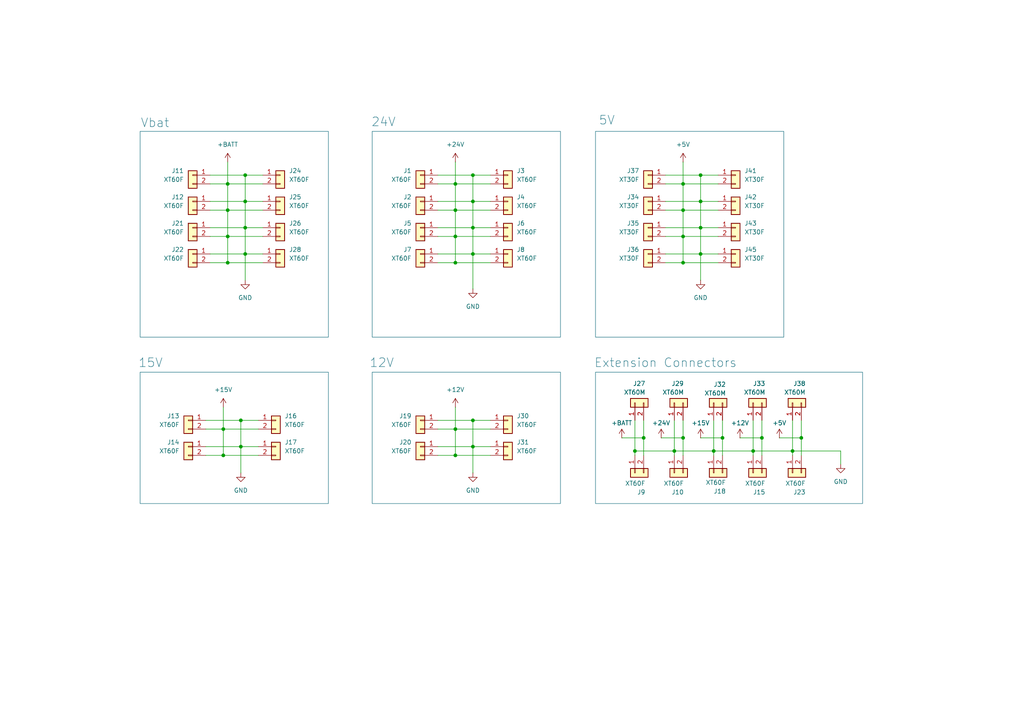
<source format=kicad_sch>
(kicad_sch (version 20231120) (generator "eeschema") (generator_version "8.0")
  (paper "A4")
  (title_block (title "Terminal Block") (rev "1") (company "Xplore") (comment 1 "Pedro Conde"))
  (lib_symbols
    (symbol "Connector_Generic:Conn_01x02" (pin_names (offset 1.016) hide)
      (property "Reference" "J" (at 0 2.54 0))
      (property "Value" "Conn_01x02" (at 0 -5.08 0))
      (symbol "Conn_01x02_1_1"
        (rectangle (start -1.27 -2.413) (end 0 -2.667) (stroke (width 0.1524)))
        (rectangle (start -1.27 0.127) (end 0 -0.127) (stroke (width 0.1524)))
        (rectangle (start -1.27 1.27) (end 1.27 -3.81) (stroke (width 0.254)) (fill (type background)))
        (pin passive line (at -5.08 0 0) (length 3.81) (name "Pin_1") (number "1"))
        (pin passive line (at -5.08 -2.54 0) (length 3.81) (name "Pin_2") (number "2"))
      )
    )
    (symbol "power:+12V" (power) (pin_numbers hide) (pin_names (offset 0) hide)
      (property "Value" "+12V" (at 0 3.556 0))
      (symbol "+12V_0_1"
        (polyline (pts (xy -0.762 1.27) (xy 0 2.54)))
        (polyline (pts (xy 0 0) (xy 0 2.54)))
        (polyline (pts (xy 0 2.54) (xy 0.762 1.27)))
      )
      (symbol "+12V_1_1"
        (pin power_in line (at 0 0 90) (length 0) (name "~") (number "1"))
      )
    )
    (symbol "power:+15V" (power) (pin_numbers hide) (pin_names (offset 0) hide)
      (property "Value" "+15V" (at 0 3.556 0))
      (symbol "+15V_0_1"
        (polyline (pts (xy -0.762 1.27) (xy 0 2.54)))
        (polyline (pts (xy 0 0) (xy 0 2.54)))
        (polyline (pts (xy 0 2.54) (xy 0.762 1.27)))
      )
      (symbol "+15V_1_1"
        (pin power_in line (at 0 0 90) (length 0) (name "~") (number "1"))
      )
    )
    (symbol "power:+24V" (power) (pin_numbers hide) (pin_names (offset 0) hide)
      (property "Value" "+24V" (at 0 3.556 0))
      (symbol "+24V_0_1"
        (polyline (pts (xy -0.762 1.27) (xy 0 2.54)))
        (polyline (pts (xy 0 0) (xy 0 2.54)))
        (polyline (pts (xy 0 2.54) (xy 0.762 1.27)))
      )
      (symbol "+24V_1_1"
        (pin power_in line (at 0 0 90) (length 0) (name "~") (number "1"))
      )
    )
    (symbol "power:+5V" (power) (pin_numbers hide) (pin_names (offset 0) hide)
      (property "Value" "+5V" (at 0 3.556 0))
      (symbol "+5V_0_1"
        (polyline (pts (xy -0.762 1.27) (xy 0 2.54)))
        (polyline (pts (xy 0 0) (xy 0 2.54)))
        (polyline (pts (xy 0 2.54) (xy 0.762 1.27)))
      )
      (symbol "+5V_1_1"
        (pin power_in line (at 0 0 90) (length 0) (name "~") (number "1"))
      )
    )
    (symbol "power:+BATT" (power) (pin_numbers hide) (pin_names (offset 0) hide)
      (property "Value" "+BATT" (at 0 3.556 0))
      (symbol "+BATT_0_1"
        (polyline (pts (xy -0.762 1.27) (xy 0 2.54)))
        (polyline (pts (xy 0 0) (xy 0 2.54)))
        (polyline (pts (xy 0 2.54) (xy 0.762 1.27)))
      )
      (symbol "+BATT_1_1"
        (pin power_in line (at 0 0 90) (length 0) (name "~") (number "1"))
      )
    )
    (symbol "power:GND" (power) (pin_numbers hide) (pin_names (offset 0) hide)
      (property "Value" "GND" (at 0 -3.81 0))
      (symbol "GND_0_1"
        (polyline (pts (xy 0 0) (xy 0 -1.27) (xy 1.27 -1.27) (xy 0 -2.54) (xy -1.27 -1.27) (xy 0 -1.27)))
      )
      (symbol "GND_1_1"
        (pin power_in line (at 0 0 270) (length 0) (name "~") (number "1"))
      )
    )
  )
  (junction (at 132.08 53.34))
  (junction (at 69.85 129.54))
  (junction (at 132.08 60.96))
  (junction (at 198.12 76.2))
  (junction (at 203.2 66.04))
  (junction (at 203.2 73.66))
  (junction (at 137.16 73.66))
  (junction (at 137.16 121.92))
  (junction (at 66.04 76.2))
  (junction (at 66.04 60.96))
  (junction (at 198.12 60.96))
  (junction (at 132.08 76.2))
  (junction (at 209.55 127))
  (junction (at 137.16 58.42))
  (junction (at 220.98 127))
  (junction (at 132.08 124.46))
  (junction (at 198.12 68.58))
  (junction (at 137.16 129.54))
  (junction (at 64.77 124.46))
  (junction (at 186.69 127))
  (junction (at 229.87 130.81))
  (junction (at 132.08 68.58))
  (junction (at 203.2 58.42))
  (junction (at 203.2 50.8))
  (junction (at 71.12 73.66))
  (junction (at 137.16 66.04))
  (junction (at 71.12 58.42))
  (junction (at 71.12 66.04))
  (junction (at 137.16 50.8))
  (junction (at 64.77 132.08))
  (junction (at 184.15 130.81))
  (junction (at 66.04 53.34))
  (junction (at 198.12 127))
  (junction (at 132.08 132.08))
  (junction (at 66.04 68.58))
  (junction (at 218.44 130.81))
  (junction (at 71.12 50.8))
  (junction (at 198.12 53.34))
  (junction (at 69.85 121.92))
  (junction (at 195.58 130.81))
  (junction (at 207.01 130.81))
  (junction (at 232.41 127))
  (wire (pts (xy 137.16 129.54) (xy 142.24 129.54)))
  (wire (pts (xy 203.2 127) (xy 209.55 127)))
  (wire (pts (xy 207.01 130.81) (xy 218.44 130.81)))
  (wire (pts (xy 132.08 60.96) (xy 132.08 68.58)))
  (wire (pts (xy 66.04 53.34) (xy 66.04 60.96)))
  (wire (pts (xy 193.04 66.04) (xy 203.2 66.04)))
  (wire (pts (xy 198.12 68.58) (xy 208.28 68.58)))
  (wire (pts (xy 198.12 53.34) (xy 208.28 53.34)))
  (wire (pts (xy 59.69 129.54) (xy 69.85 129.54)))
  (wire (pts (xy 59.69 121.92) (xy 69.85 121.92)))
  (wire (pts (xy 127 76.2) (xy 132.08 76.2)))
  (wire (pts (xy 60.96 66.04) (xy 71.12 66.04)))
  (wire (pts (xy 69.85 129.54) (xy 74.93 129.54)))
  (wire (pts (xy 193.04 60.96) (xy 198.12 60.96)))
  (wire (pts (xy 195.58 121.92) (xy 195.58 130.81)))
  (wire (pts (xy 193.04 53.34) (xy 198.12 53.34)))
  (wire (pts (xy 137.16 50.8) (xy 137.16 58.42)))
  (wire (pts (xy 60.96 76.2) (xy 66.04 76.2)))
  (wire (pts (xy 214.63 127) (xy 220.98 127)))
  (wire (pts (xy 203.2 50.8) (xy 208.28 50.8)))
  (wire (pts (xy 218.44 130.81) (xy 229.87 130.81)))
  (wire (pts (xy 66.04 76.2) (xy 76.2 76.2)))
  (wire (pts (xy 195.58 130.81) (xy 207.01 130.81)))
  (wire (pts (xy 64.77 132.08) (xy 74.93 132.08)))
  (wire (pts (xy 203.2 58.42) (xy 203.2 66.04)))
  (wire (pts (xy 132.08 124.46) (xy 142.24 124.46)))
  (wire (pts (xy 132.08 68.58) (xy 142.24 68.58)))
  (wire (pts (xy 132.08 46.99) (xy 132.08 53.34)))
  (wire (pts (xy 132.08 124.46) (xy 132.08 132.08)))
  (wire (pts (xy 132.08 60.96) (xy 142.24 60.96)))
  (wire (pts (xy 137.16 58.42) (xy 142.24 58.42)))
  (wire (pts (xy 127 129.54) (xy 137.16 129.54)))
  (wire (pts (xy 137.16 121.92) (xy 137.16 129.54)))
  (wire (pts (xy 203.2 73.66) (xy 208.28 73.66)))
  (wire (pts (xy 71.12 73.66) (xy 71.12 81.28)))
  (wire (pts (xy 132.08 68.58) (xy 132.08 76.2)))
  (wire (pts (xy 71.12 50.8) (xy 76.2 50.8)))
  (wire (pts (xy 71.12 66.04) (xy 76.2 66.04)))
  (wire (pts (xy 60.96 50.8) (xy 71.12 50.8)))
  (wire (pts (xy 198.12 60.96) (xy 198.12 68.58)))
  (wire (pts (xy 203.2 58.42) (xy 208.28 58.42)))
  (wire (pts (xy 137.16 66.04) (xy 137.16 73.66)))
  (wire (pts (xy 220.98 121.92) (xy 220.98 127)))
  (wire (pts (xy 198.12 76.2) (xy 208.28 76.2)))
  (wire (pts (xy 66.04 68.58) (xy 76.2 68.58)))
  (wire (pts (xy 243.84 134.62) (xy 243.84 130.81)))
  (wire (pts (xy 137.16 50.8) (xy 142.24 50.8)))
  (wire (pts (xy 207.01 130.81) (xy 207.01 132.08)))
  (wire (pts (xy 127 58.42) (xy 137.16 58.42)))
  (wire (pts (xy 132.08 118.11) (xy 132.08 124.46)))
  (wire (pts (xy 127 66.04) (xy 137.16 66.04)))
  (wire (pts (xy 184.15 130.81) (xy 184.15 132.08)))
  (wire (pts (xy 66.04 68.58) (xy 66.04 76.2)))
  (wire (pts (xy 193.04 73.66) (xy 203.2 73.66)))
  (wire (pts (xy 66.04 46.99) (xy 66.04 53.34)))
  (wire (pts (xy 218.44 121.92) (xy 218.44 130.81)))
  (wire (pts (xy 127 124.46) (xy 132.08 124.46)))
  (wire (pts (xy 220.98 127) (xy 220.98 132.08)))
  (wire (pts (xy 198.12 121.92) (xy 198.12 127)))
  (wire (pts (xy 203.2 66.04) (xy 208.28 66.04)))
  (wire (pts (xy 127 68.58) (xy 132.08 68.58)))
  (wire (pts (xy 243.84 130.81) (xy 229.87 130.81)))
  (wire (pts (xy 137.16 129.54) (xy 137.16 137.16)))
  (wire (pts (xy 132.08 53.34) (xy 142.24 53.34)))
  (wire (pts (xy 198.12 46.99) (xy 198.12 53.34)))
  (wire (pts (xy 71.12 66.04) (xy 71.12 73.66)))
  (wire (pts (xy 127 53.34) (xy 132.08 53.34)))
  (wire (pts (xy 137.16 73.66) (xy 137.16 83.82)))
  (wire (pts (xy 184.15 130.81) (xy 195.58 130.81)))
  (wire (pts (xy 59.69 124.46) (xy 64.77 124.46)))
  (wire (pts (xy 229.87 130.81) (xy 229.87 132.08)))
  (wire (pts (xy 209.55 121.92) (xy 209.55 127)))
  (wire (pts (xy 184.15 121.92) (xy 184.15 130.81)))
  (wire (pts (xy 71.12 58.42) (xy 71.12 66.04)))
  (wire (pts (xy 203.2 73.66) (xy 203.2 81.28)))
  (wire (pts (xy 186.69 121.92) (xy 186.69 127)))
  (wire (pts (xy 60.96 60.96) (xy 66.04 60.96)))
  (wire (pts (xy 127 121.92) (xy 137.16 121.92)))
  (wire (pts (xy 66.04 60.96) (xy 66.04 68.58)))
  (wire (pts (xy 64.77 118.11) (xy 64.77 124.46)))
  (wire (pts (xy 60.96 68.58) (xy 66.04 68.58)))
  (wire (pts (xy 127 73.66) (xy 137.16 73.66)))
  (wire (pts (xy 137.16 121.92) (xy 142.24 121.92)))
  (wire (pts (xy 229.87 121.92) (xy 229.87 130.81)))
  (wire (pts (xy 203.2 66.04) (xy 203.2 73.66)))
  (wire (pts (xy 209.55 127) (xy 209.55 132.08)))
  (wire (pts (xy 193.04 68.58) (xy 198.12 68.58)))
  (wire (pts (xy 180.34 127) (xy 186.69 127)))
  (wire (pts (xy 69.85 129.54) (xy 69.85 137.16)))
  (wire (pts (xy 203.2 50.8) (xy 203.2 58.42)))
  (wire (pts (xy 71.12 50.8) (xy 71.12 58.42)))
  (wire (pts (xy 60.96 58.42) (xy 71.12 58.42)))
  (wire (pts (xy 59.69 132.08) (xy 64.77 132.08)))
  (wire (pts (xy 132.08 76.2) (xy 142.24 76.2)))
  (wire (pts (xy 218.44 130.81) (xy 218.44 132.08)))
  (wire (pts (xy 127 60.96) (xy 132.08 60.96)))
  (wire (pts (xy 66.04 53.34) (xy 76.2 53.34)))
  (wire (pts (xy 127 132.08) (xy 132.08 132.08)))
  (wire (pts (xy 226.06 127) (xy 232.41 127)))
  (wire (pts (xy 195.58 130.81) (xy 195.58 132.08)))
  (wire (pts (xy 198.12 60.96) (xy 208.28 60.96)))
  (wire (pts (xy 207.01 121.92) (xy 207.01 130.81)))
  (wire (pts (xy 193.04 58.42) (xy 203.2 58.42)))
  (wire (pts (xy 60.96 73.66) (xy 71.12 73.66)))
  (wire (pts (xy 198.12 68.58) (xy 198.12 76.2)))
  (wire (pts (xy 137.16 73.66) (xy 142.24 73.66)))
  (wire (pts (xy 193.04 76.2) (xy 198.12 76.2)))
  (wire (pts (xy 198.12 127) (xy 198.12 132.08)))
  (wire (pts (xy 232.41 121.92) (xy 232.41 127)))
  (wire (pts (xy 69.85 121.92) (xy 69.85 129.54)))
  (wire (pts (xy 198.12 53.34) (xy 198.12 60.96)))
  (wire (pts (xy 132.08 132.08) (xy 142.24 132.08)))
  (wire (pts (xy 64.77 124.46) (xy 64.77 132.08)))
  (wire (pts (xy 60.96 53.34) (xy 66.04 53.34)))
  (wire (pts (xy 71.12 73.66) (xy 76.2 73.66)))
  (wire (pts (xy 193.04 50.8) (xy 203.2 50.8)))
  (wire (pts (xy 232.41 127) (xy 232.41 132.08)))
  (wire (pts (xy 132.08 53.34) (xy 132.08 60.96)))
  (wire (pts (xy 137.16 58.42) (xy 137.16 66.04)))
  (wire (pts (xy 137.16 66.04) (xy 142.24 66.04)))
  (wire (pts (xy 127 50.8) (xy 137.16 50.8)))
  (wire (pts (xy 71.12 58.42) (xy 76.2 58.42)))
  (wire (pts (xy 66.04 60.96) (xy 76.2 60.96)))
  (wire (pts (xy 69.85 121.92) (xy 74.93 121.92)))
  (wire (pts (xy 191.77 127) (xy 198.12 127)))
  (wire (pts (xy 186.69 127) (xy 186.69 132.08)))
  (wire (pts (xy 64.77 124.46) (xy 74.93 124.46)))
  (rectangle (start 172.72 107.95) (end 250.19 146.05) (stroke (width 0) (color 40 121 137 1)))
  (rectangle (start 172.72 38.1) (end 227.33 97.79) (stroke (width 0) (color 40 121 137 1)))
  (rectangle (start 107.95 107.95) (end 162.56 146.05) (stroke (width 0) (color 40 121 137 1)))
  (rectangle (start 107.95 38.1) (end 162.56 97.79) (stroke (width 0) (color 40 121 137 1)))
  (rectangle (start 40.64 38.1) (end 95.25 97.79) (stroke (width 0) (color 40 121 137 1)))
  (rectangle (start 40.64 107.95) (end 95.25 146.05) (stroke (width 0) (color 40 121 137 1)))
  (text "Extension Connectors" (at 193.04 105.41 0) (effects (font (size 2.54 2.54))))
  (text "15V\n" (at 43.688 105.41 0) (effects (font (size 2.54 2.54))))
  (text "Vbat" (at 44.958 35.814 0) (effects (font (size 2.54 2.54))))
  (text "24V\n" (at 111.252 35.56 0) (effects (font (size 2.54 2.54))))
  (text "5V" (at 176.022 35.052 0) (effects (font (size 2.54 2.54))))
  (text "12V\n" (at 110.744 105.41 0) (effects (font (size 2.54 2.54))))
  (symbol (lib_id "Connector_Generic:Conn_01x02") (at 80.01 129.54 0) (unit 1)
    (property "Reference" "J17" (at 82.55 128.2699 0) (effects (justify left)))
    (property "Value" "XT60F" (at 82.55 130.8099 0) (effects (justify left)))
    (property "Footprint" "Connector_AMASS:AMASS_XT60-F_1x02_P7.20mm_Vertical" (effects (hide yes)))
    (property "Description" "Generic connector, single row, 01x02, script generated (kicad-library-utils/schlib/autogen/connector/)" (effects (hide yes)))
  )
  (symbol (lib_id "Connector_Generic:Conn_01x02") (at 147.32 129.54 0) (unit 1)
    (property "Reference" "J31" (at 149.86 128.2699 0) (effects (justify left)))
    (property "Value" "XT60F" (at 149.86 130.8099 0) (effects (justify left)))
    (property "Footprint" "Connector_AMASS:AMASS_XT60-F_1x02_P7.20mm_Vertical" (effects (hide yes)))
    (property "Description" "Generic connector, single row, 01x02, script generated (kicad-library-utils/schlib/autogen/connector/)" (effects (hide yes)))
  )
  (symbol (lib_id "Connector_Generic:Conn_01x02") (at 229.87 116.84 90) (unit 1)
    (property "Reference" "J38" (at 233.68 111.252 90) (effects (justify left)))
    (property "Value" "XT60M" (at 233.68 113.792 90) (effects (justify left)))
    (property "Footprint" "Connector_AMASS:AMASS_XT60PW-M_1x02_P7.20mm_Horizontal" (effects (hide yes)))
    (property "Description" "Generic connector, single row, 01x02, script generated (kicad-library-utils/schlib/autogen/connector/)" (effects (hide yes)))
  )
  (symbol (lib_id "power:+24V") (at 132.08 46.99 0) (unit 1)
    (property "Reference" "#PWR01" (effects (hide yes)))
    (property "Value" "+24V" (at 132.08 41.91 0))
    (property "Description" "Power symbol creates a global label with name \"+24V\"" (effects (hide yes)))
  )
  (symbol (lib_id "Connector_Generic:Conn_01x02") (at 54.61 121.92 0) (mirror y) (unit 1)
    (property "Reference" "J13" (at 52.07 120.6499 0) (effects (justify left)))
    (property "Value" "XT60F" (at 52.07 123.1899 0) (effects (justify left)))
    (property "Footprint" "Connector_AMASS:AMASS_XT60-F_1x02_P7.20mm_Vertical" (effects (hide yes)))
    (property "Description" "Generic connector, single row, 01x02, script generated (kicad-library-utils/schlib/autogen/connector/)" (effects (hide yes)))
  )
  (symbol (lib_id "Connector_Generic:Conn_01x02") (at 147.32 121.92 0) (unit 1)
    (property "Reference" "J30" (at 149.86 120.6499 0) (effects (justify left)))
    (property "Value" "XT60F" (at 149.86 123.1899 0) (effects (justify left)))
    (property "Footprint" "Connector_AMASS:AMASS_XT60-F_1x02_P7.20mm_Vertical" (effects (hide yes)))
    (property "Description" "Generic connector, single row, 01x02, script generated (kicad-library-utils/schlib/autogen/connector/)" (effects (hide yes)))
  )
  (symbol (lib_id "Connector_Generic:Conn_01x02") (at 80.01 121.92 0) (unit 1)
    (property "Reference" "J16" (at 82.55 120.6499 0) (effects (justify left)))
    (property "Value" "XT60F" (at 82.55 123.1899 0) (effects (justify left)))
    (property "Footprint" "Connector_AMASS:AMASS_XT60-F_1x02_P7.20mm_Vertical" (effects (hide yes)))
    (property "Description" "Generic connector, single row, 01x02, script generated (kicad-library-utils/schlib/autogen/connector/)" (effects (hide yes)))
  )
  (symbol (lib_id "Connector_Generic:Conn_01x02") (at 55.88 58.42 0) (mirror y) (unit 1)
    (property "Reference" "J12" (at 53.34 57.1499 0) (effects (justify left)))
    (property "Value" "XT60F" (at 53.34 59.6899 0) (effects (justify left)))
    (property "Footprint" "Connector_AMASS:AMASS_XT60-F_1x02_P7.20mm_Vertical" (effects (hide yes)))
    (property "Description" "Generic connector, single row, 01x02, script generated (kicad-library-utils/schlib/autogen/connector/)" (effects (hide yes)))
  )
  (symbol (lib_id "Connector_Generic:Conn_01x02") (at 147.32 50.8 0) (unit 1)
    (property "Reference" "J3" (at 149.86 49.5299 0) (effects (justify left)))
    (property "Value" "XT60F" (at 149.86 52.0699 0) (effects (justify left)))
    (property "Footprint" "Connector_AMASS:AMASS_XT60-F_1x02_P7.20mm_Vertical" (effects (hide yes)))
    (property "Description" "Generic connector, single row, 01x02, script generated (kicad-library-utils/schlib/autogen/connector/)" (effects (hide yes)))
  )
  (symbol (lib_id "Connector_Generic:Conn_01x02") (at 195.58 116.84 90) (unit 1)
    (property "Reference" "J29" (at 198.374 111.252 90) (effects (justify left)))
    (property "Value" "XT60M" (at 198.374 113.792 90) (effects (justify left)))
    (property "Footprint" "Connector_AMASS:AMASS_XT60PW-M_1x02_P7.20mm_Horizontal" (effects (hide yes)))
    (property "Description" "Generic connector, single row, 01x02, script generated (kicad-library-utils/schlib/autogen/connector/)" (effects (hide yes)))
  )
  (symbol (lib_id "Connector_Generic:Conn_01x02") (at 54.61 129.54 0) (mirror y) (unit 1)
    (property "Reference" "J14" (at 52.07 128.2699 0) (effects (justify left)))
    (property "Value" "XT60F" (at 52.07 130.8099 0) (effects (justify left)))
    (property "Footprint" "Connector_AMASS:AMASS_XT60-F_1x02_P7.20mm_Vertical" (effects (hide yes)))
    (property "Description" "Generic connector, single row, 01x02, script generated (kicad-library-utils/schlib/autogen/connector/)" (effects (hide yes)))
  )
  (symbol (lib_id "power:+5V") (at 226.06 127 0) (unit 1)
    (property "Reference" "#PWR016" (effects (hide yes)))
    (property "Value" "+5V" (at 226.06 122.682 0))
    (property "Description" "Power symbol creates a global label with name \"+5V\"" (effects (hide yes)))
  )
  (symbol (lib_id "Connector_Generic:Conn_01x02") (at 147.32 66.04 0) (unit 1)
    (property "Reference" "J6" (at 149.86 64.7699 0) (effects (justify left)))
    (property "Value" "XT60F" (at 149.86 67.3099 0) (effects (justify left)))
    (property "Footprint" "Connector_AMASS:AMASS_XT60-F_1x02_P7.20mm_Vertical" (effects (hide yes)))
    (property "Description" "Generic connector, single row, 01x02, script generated (kicad-library-utils/schlib/autogen/connector/)" (effects (hide yes)))
  )
  (symbol (lib_id "Connector_Generic:Conn_01x02") (at 195.58 137.16 90) (mirror x) (unit 1)
    (property "Reference" "J10" (at 198.374 142.748 90) (effects (justify left)))
    (property "Value" "XT60F" (at 198.374 140.208 90) (effects (justify left)))
    (property "Footprint" "Connector_AMASS:AMASS_XT60PW-F_1x02_P7.20mm_Horizontal" (effects (hide yes)))
    (property "Description" "Generic connector, single row, 01x02, script generated (kicad-library-utils/schlib/autogen/connector/)" (effects (hide yes)))
  )
  (symbol (lib_id "power:+15V") (at 203.2 127 0) (unit 1)
    (property "Reference" "#PWR013" (effects (hide yes)))
    (property "Value" "+15V" (at 203.2 122.682 0))
    (property "Description" "Power symbol creates a global label with name \"+15V\"" (effects (hide yes)))
  )
  (symbol (lib_id "Connector_Generic:Conn_01x02") (at 81.28 50.8 0) (unit 1)
    (property "Reference" "J24" (at 83.82 49.5299 0) (effects (justify left)))
    (property "Value" "XT60F" (at 83.82 52.0699 0) (effects (justify left)))
    (property "Footprint" "Connector_AMASS:AMASS_XT60-F_1x02_P7.20mm_Vertical" (effects (hide yes)))
    (property "Description" "Generic connector, single row, 01x02, script generated (kicad-library-utils/schlib/autogen/connector/)" (effects (hide yes)))
  )
  (symbol (lib_id "Connector_Generic:Conn_01x02") (at 207.01 116.84 90) (unit 1)
    (property "Reference" "J32" (at 210.566 111.506 90) (effects (justify left)))
    (property "Value" "XT60M" (at 210.566 114.046 90) (effects (justify left)))
    (property "Footprint" "Connector_AMASS:AMASS_XT60PW-M_1x02_P7.20mm_Horizontal" (effects (hide yes)))
    (property "Description" "Generic connector, single row, 01x02, script generated (kicad-library-utils/schlib/autogen/connector/)" (effects (hide yes)))
  )
  (symbol (lib_id "Connector_Generic:Conn_01x02") (at 207.01 137.16 90) (mirror x) (unit 1)
    (property "Reference" "J18" (at 210.566 142.494 90) (effects (justify left)))
    (property "Value" "XT60F" (at 210.566 139.954 90) (effects (justify left)))
    (property "Footprint" "Connector_AMASS:AMASS_XT60PW-F_1x02_P7.20mm_Horizontal" (effects (hide yes)))
    (property "Description" "Generic connector, single row, 01x02, script generated (kicad-library-utils/schlib/autogen/connector/)" (effects (hide yes)))
  )
  (symbol (lib_id "Connector_Generic:Conn_01x02") (at 184.15 116.84 90) (unit 1)
    (property "Reference" "J27" (at 187.198 111.252 90) (effects (justify left)))
    (property "Value" "XT60M" (at 187.198 113.792 90) (effects (justify left)))
    (property "Footprint" "Connector_AMASS:AMASS_XT60PW-M_1x02_P7.20mm_Horizontal" (effects (hide yes)))
    (property "Description" "Generic connector, single row, 01x02, script generated (kicad-library-utils/schlib/autogen/connector/)" (effects (hide yes)))
  )
  (symbol (lib_id "Connector_Generic:Conn_01x02") (at 121.92 50.8 0) (mirror y) (unit 1)
    (property "Reference" "J1" (at 119.38 49.5299 0) (effects (justify left)))
    (property "Value" "XT60F" (at 119.38 52.0699 0) (effects (justify left)))
    (property "Footprint" "Connector_AMASS:AMASS_XT60-F_1x02_P7.20mm_Vertical" (effects (hide yes)))
    (property "Description" "Generic connector, single row, 01x02, script generated (kicad-library-utils/schlib/autogen/connector/)" (effects (hide yes)))
  )
  (symbol (lib_id "power:+24V") (at 191.77 127 0) (unit 1)
    (property "Reference" "#PWR015" (effects (hide yes)))
    (property "Value" "+24V" (at 191.77 122.682 0))
    (property "Description" "Power symbol creates a global label with name \"+24V\"" (effects (hide yes)))
  )
  (symbol (lib_id "Connector_Generic:Conn_01x02") (at 121.92 66.04 0) (mirror y) (unit 1)
    (property "Reference" "J5" (at 119.38 64.7699 0) (effects (justify left)))
    (property "Value" "XT60F" (at 119.38 67.3099 0) (effects (justify left)))
    (property "Footprint" "Connector_AMASS:AMASS_XT60-F_1x02_P7.20mm_Vertical" (effects (hide yes)))
    (property "Description" "Generic connector, single row, 01x02, script generated (kicad-library-utils/schlib/autogen/connector/)" (effects (hide yes)))
  )
  (symbol (lib_id "Connector_Generic:Conn_01x02") (at 187.96 50.8 0) (mirror y) (unit 1)
    (property "Reference" "J37" (at 185.42 49.5299 0) (effects (justify left)))
    (property "Value" "XT30F" (at 185.42 52.0699 0) (effects (justify left)))
    (property "Footprint" "Connector_AMASS:AMASS_XT30UPB-M_1x02_P5.0mm_Vertical" (effects (hide yes)))
    (property "Description" "Generic connector, single row, 01x02, script generated (kicad-library-utils/schlib/autogen/connector/)" (effects (hide yes)))
  )
  (symbol (lib_id "Connector_Generic:Conn_01x02") (at 121.92 58.42 0) (mirror y) (unit 1)
    (property "Reference" "J2" (at 119.38 57.1499 0) (effects (justify left)))
    (property "Value" "XT60F" (at 119.38 59.6899 0) (effects (justify left)))
    (property "Footprint" "Connector_AMASS:AMASS_XT60-F_1x02_P7.20mm_Vertical" (effects (hide yes)))
    (property "Description" "Generic connector, single row, 01x02, script generated (kicad-library-utils/schlib/autogen/connector/)" (effects (hide yes)))
  )
  (symbol (lib_id "Connector_Generic:Conn_01x02") (at 81.28 66.04 0) (unit 1)
    (property "Reference" "J26" (at 83.82 64.7699 0) (effects (justify left)))
    (property "Value" "XT60F" (at 83.82 67.3099 0) (effects (justify left)))
    (property "Footprint" "Connector_AMASS:AMASS_XT60-F_1x02_P7.20mm_Vertical" (effects (hide yes)))
    (property "Description" "Generic connector, single row, 01x02, script generated (kicad-library-utils/schlib/autogen/connector/)" (effects (hide yes)))
  )
  (symbol (lib_id "Connector_Generic:Conn_01x02") (at 187.96 66.04 0) (mirror y) (unit 1)
    (property "Reference" "J35" (at 185.42 64.7699 0) (effects (justify left)))
    (property "Value" "XT30F" (at 185.42 67.3099 0) (effects (justify left)))
    (property "Footprint" "Connector_AMASS:AMASS_XT30UPB-M_1x02_P5.0mm_Vertical" (effects (hide yes)))
    (property "Description" "Generic connector, single row, 01x02, script generated (kicad-library-utils/schlib/autogen/connector/)" (effects (hide yes)))
  )
  (symbol (lib_id "Connector_Generic:Conn_01x02") (at 184.15 137.16 90) (mirror x) (unit 1)
    (property "Reference" "J9" (at 187.198 142.748 90) (effects (justify left)))
    (property "Value" "XT60F" (at 187.198 140.208 90) (effects (justify left)))
    (property "Footprint" "Connector_AMASS:AMASS_XT60PW-F_1x02_P7.20mm_Horizontal" (effects (hide yes)))
    (property "Description" "Generic connector, single row, 01x02, script generated (kicad-library-utils/schlib/autogen/connector/)" (effects (hide yes)))
  )
  (symbol (lib_id "power:GND") (at 137.16 137.16 0) (unit 1)
    (property "Reference" "#PWR010" (effects (hide yes)))
    (property "Value" "GND" (at 137.16 142.24 0))
    (property "Description" "Power symbol creates a global label with name \"GND\" , ground" (effects (hide yes)))
  )
  (symbol (lib_id "power:GND") (at 203.2 81.28 0) (unit 1)
    (property "Reference" "#PWR09" (effects (hide yes)))
    (property "Value" "GND" (at 203.2 86.36 0))
    (property "Description" "Power symbol creates a global label with name \"GND\" , ground" (effects (hide yes)))
  )
  (symbol (lib_id "Connector_Generic:Conn_01x02") (at 213.36 66.04 0) (unit 1)
    (property "Reference" "J43" (at 215.9 64.7699 0) (effects (justify left)))
    (property "Value" "XT30F" (at 215.9 67.3099 0) (effects (justify left)))
    (property "Footprint" "Connector_AMASS:AMASS_XT30UPB-M_1x02_P5.0mm_Vertical" (effects (hide yes)))
    (property "Description" "Generic connector, single row, 01x02, script generated (kicad-library-utils/schlib/autogen/connector/)" (effects (hide yes)))
  )
  (symbol (lib_id "Connector_Generic:Conn_01x02") (at 81.28 58.42 0) (unit 1)
    (property "Reference" "J25" (at 83.82 57.1499 0) (effects (justify left)))
    (property "Value" "XT60F" (at 83.82 59.6899 0) (effects (justify left)))
    (property "Footprint" "Connector_AMASS:AMASS_XT60-F_1x02_P7.20mm_Vertical" (effects (hide yes)))
    (property "Description" "Generic connector, single row, 01x02, script generated (kicad-library-utils/schlib/autogen/connector/)" (effects (hide yes)))
  )
  (symbol (lib_id "Connector_Generic:Conn_01x02") (at 55.88 73.66 0) (mirror y) (unit 1)
    (property "Reference" "J22" (at 53.34 72.3899 0) (effects (justify left)))
    (property "Value" "XT60F" (at 53.34 74.9299 0) (effects (justify left)))
    (property "Footprint" "Connector_AMASS:AMASS_XT60-F_1x02_P7.20mm_Vertical" (effects (hide yes)))
    (property "Description" "Generic connector, single row, 01x02, script generated (kicad-library-utils/schlib/autogen/connector/)" (effects (hide yes)))
  )
  (symbol (lib_id "power:+15V") (at 64.77 118.11 0) (unit 1)
    (property "Reference" "#PWR05" (effects (hide yes)))
    (property "Value" "+15V" (at 64.77 113.03 0))
    (property "Description" "Power symbol creates a global label with name \"+15V\"" (effects (hide yes)))
  )
  (symbol (lib_id "Connector_Generic:Conn_01x02") (at 213.36 58.42 0) (unit 1)
    (property "Reference" "J42" (at 215.9 57.1499 0) (effects (justify left)))
    (property "Value" "XT30F" (at 215.9 59.6899 0) (effects (justify left)))
    (property "Footprint" "Connector_AMASS:AMASS_XT30UPB-M_1x02_P5.0mm_Vertical" (effects (hide yes)))
    (property "Description" "Generic connector, single row, 01x02, script generated (kicad-library-utils/schlib/autogen/connector/)" (effects (hide yes)))
  )
  (symbol (lib_id "Connector_Generic:Conn_01x02") (at 229.87 137.16 90) (mirror x) (unit 1)
    (property "Reference" "J23" (at 233.68 142.748 90) (effects (justify left)))
    (property "Value" "XT60F" (at 233.68 140.208 90) (effects (justify left)))
    (property "Footprint" "Connector_AMASS:AMASS_XT60PW-F_1x02_P7.20mm_Horizontal" (effects (hide yes)))
    (property "Description" "Generic connector, single row, 01x02, script generated (kicad-library-utils/schlib/autogen/connector/)" (effects (hide yes)))
  )
  (symbol (lib_id "Connector_Generic:Conn_01x02") (at 213.36 50.8 0) (unit 1)
    (property "Reference" "J41" (at 215.9 49.5299 0) (effects (justify left)))
    (property "Value" "XT30F" (at 215.9 52.0699 0) (effects (justify left)))
    (property "Footprint" "Connector_AMASS:AMASS_XT30UPB-M_1x02_P5.0mm_Vertical" (effects (hide yes)))
    (property "Description" "Generic connector, single row, 01x02, script generated (kicad-library-utils/schlib/autogen/connector/)" (effects (hide yes)))
  )
  (symbol (lib_id "Connector_Generic:Conn_01x02") (at 147.32 58.42 0) (unit 1)
    (property "Reference" "J4" (at 149.86 57.1499 0) (effects (justify left)))
    (property "Value" "XT60F" (at 149.86 59.6899 0) (effects (justify left)))
    (property "Footprint" "Connector_AMASS:AMASS_XT60-F_1x02_P7.20mm_Vertical" (effects (hide yes)))
    (property "Description" "Generic connector, single row, 01x02, script generated (kicad-library-utils/schlib/autogen/connector/)" (effects (hide yes)))
  )
  (symbol (lib_id "power:+12V") (at 132.08 118.11 0) (unit 1)
    (property "Reference" "#PWR03" (effects (hide yes)))
    (property "Value" "+12V" (at 132.08 113.03 0))
    (property "Description" "Power symbol creates a global label with name \"+12V\"" (effects (hide yes)))
  )
  (symbol (lib_id "Connector_Generic:Conn_01x02") (at 218.44 116.84 90) (unit 1)
    (property "Reference" "J33" (at 221.996 111.252 90) (effects (justify left)))
    (property "Value" "XT60M" (at 221.996 113.792 90) (effects (justify left)))
    (property "Footprint" "Connector_AMASS:AMASS_XT60PW-M_1x02_P7.20mm_Horizontal" (effects (hide yes)))
    (property "Description" "Generic connector, single row, 01x02, script generated (kicad-library-utils/schlib/autogen/connector/)" (effects (hide yes)))
  )
  (symbol (lib_id "Connector_Generic:Conn_01x02") (at 121.92 121.92 0) (mirror y) (unit 1)
    (property "Reference" "J19" (at 119.38 120.6499 0) (effects (justify left)))
    (property "Value" "XT60F" (at 119.38 123.1899 0) (effects (justify left)))
    (property "Footprint" "Connector_AMASS:AMASS_XT60-F_1x02_P7.20mm_Vertical" (effects (hide yes)))
    (property "Description" "Generic connector, single row, 01x02, script generated (kicad-library-utils/schlib/autogen/connector/)" (effects (hide yes)))
  )
  (symbol (lib_id "Connector_Generic:Conn_01x02") (at 81.28 73.66 0) (unit 1)
    (property "Reference" "J28" (at 83.82 72.3899 0) (effects (justify left)))
    (property "Value" "XT60F" (at 83.82 74.9299 0) (effects (justify left)))
    (property "Footprint" "Connector_AMASS:AMASS_XT60-F_1x02_P7.20mm_Vertical" (effects (hide yes)))
    (property "Description" "Generic connector, single row, 01x02, script generated (kicad-library-utils/schlib/autogen/connector/)" (effects (hide yes)))
  )
  (symbol (lib_id "power:GND") (at 69.85 137.16 0) (unit 1)
    (property "Reference" "#PWR04" (effects (hide yes)))
    (property "Value" "GND" (at 69.85 142.24 0))
    (property "Description" "Power symbol creates a global label with name \"GND\" , ground" (effects (hide yes)))
  )
  (symbol (lib_id "power:+5V") (at 198.12 46.99 0) (unit 1)
    (property "Reference" "#PWR08" (effects (hide yes)))
    (property "Value" "+5V" (at 198.12 41.91 0))
    (property "Description" "Power symbol creates a global label with name \"+5V\"" (effects (hide yes)))
  )
  (symbol (lib_id "Connector_Generic:Conn_01x02") (at 187.96 58.42 0) (mirror y) (unit 1)
    (property "Reference" "J34" (at 185.42 57.1499 0) (effects (justify left)))
    (property "Value" "XT30F" (at 185.42 59.6899 0) (effects (justify left)))
    (property "Footprint" "Connector_AMASS:AMASS_XT30UPB-M_1x02_P5.0mm_Vertical" (effects (hide yes)))
    (property "Description" "Generic connector, single row, 01x02, script generated (kicad-library-utils/schlib/autogen/connector/)" (effects (hide yes)))
  )
  (symbol (lib_id "power:+12V") (at 214.63 127 0) (unit 1)
    (property "Reference" "#PWR011" (effects (hide yes)))
    (property "Value" "+12V" (at 214.63 122.682 0))
    (property "Description" "Power symbol creates a global label with name \"+12V\"" (effects (hide yes)))
  )
  (symbol (lib_id "Connector_Generic:Conn_01x02") (at 213.36 73.66 0) (unit 1)
    (property "Reference" "J45" (at 215.9 72.3899 0) (effects (justify left)))
    (property "Value" "XT30F" (at 215.9 74.9299 0) (effects (justify left)))
    (property "Footprint" "Connector_AMASS:AMASS_XT30UPB-M_1x02_P5.0mm_Vertical" (effects (hide yes)))
    (property "Description" "Generic connector, single row, 01x02, script generated (kicad-library-utils/schlib/autogen/connector/)" (effects (hide yes)))
  )
  (symbol (lib_id "Connector_Generic:Conn_01x02") (at 121.92 129.54 0) (mirror y) (unit 1)
    (property "Reference" "J20" (at 119.38 128.2699 0) (effects (justify left)))
    (property "Value" "XT60F" (at 119.38 130.8099 0) (effects (justify left)))
    (property "Footprint" "Connector_AMASS:AMASS_XT60-F_1x02_P7.20mm_Vertical" (effects (hide yes)))
    (property "Description" "Generic connector, single row, 01x02, script generated (kicad-library-utils/schlib/autogen/connector/)" (effects (hide yes)))
  )
  (symbol (lib_id "Connector_Generic:Conn_01x02") (at 55.88 66.04 0) (mirror y) (unit 1)
    (property "Reference" "J21" (at 53.34 64.7699 0) (effects (justify left)))
    (property "Value" "XT60F" (at 53.34 67.3099 0) (effects (justify left)))
    (property "Footprint" "Connector_AMASS:AMASS_XT60-F_1x02_P7.20mm_Vertical" (effects (hide yes)))
    (property "Description" "Generic connector, single row, 01x02, script generated (kicad-library-utils/schlib/autogen/connector/)" (effects (hide yes)))
  )
  (symbol (lib_id "power:GND") (at 243.84 134.62 0) (unit 1)
    (property "Reference" "#PWR012" (effects (hide yes)))
    (property "Value" "GND" (at 243.84 139.7 0))
    (property "Description" "Power symbol creates a global label with name \"GND\" , ground" (effects (hide yes)))
  )
  (symbol (lib_id "Connector_Generic:Conn_01x02") (at 218.44 137.16 90) (mirror x) (unit 1)
    (property "Reference" "J15" (at 221.996 142.748 90) (effects (justify left)))
    (property "Value" "XT60F" (at 221.996 140.208 90) (effects (justify left)))
    (property "Footprint" "Connector_AMASS:AMASS_XT60PW-F_1x02_P7.20mm_Horizontal" (effects (hide yes)))
    (property "Description" "Generic connector, single row, 01x02, script generated (kicad-library-utils/schlib/autogen/connector/)" (effects (hide yes)))
  )
  (symbol (lib_id "power:GND") (at 71.12 81.28 0) (unit 1)
    (property "Reference" "#PWR07" (effects (hide yes)))
    (property "Value" "GND" (at 71.12 86.36 0))
    (property "Description" "Power symbol creates a global label with name \"GND\" , ground" (effects (hide yes)))
  )
  (symbol (lib_id "power:+BATT") (at 66.04 46.99 0) (unit 1)
    (property "Reference" "#PWR06" (effects (hide yes)))
    (property "Value" "+BATT" (at 66.04 41.91 0))
    (property "Description" "Power symbol creates a global label with name \"+BATT\"" (effects (hide yes)))
  )
  (symbol (lib_id "Connector_Generic:Conn_01x02") (at 55.88 50.8 0) (mirror y) (unit 1)
    (property "Reference" "J11" (at 53.34 49.5299 0) (effects (justify left)))
    (property "Value" "XT60F" (at 53.34 52.0699 0) (effects (justify left)))
    (property "Footprint" "Connector_AMASS:AMASS_XT60-F_1x02_P7.20mm_Vertical" (effects (hide yes)))
    (property "Description" "Generic connector, single row, 01x02, script generated (kicad-library-utils/schlib/autogen/connector/)" (effects (hide yes)))
  )
  (symbol (lib_id "power:GND") (at 137.16 83.82 0) (unit 1)
    (property "Reference" "#PWR02" (effects (hide yes)))
    (property "Value" "GND" (at 137.16 88.9 0))
    (property "Description" "Power symbol creates a global label with name \"GND\" , ground" (effects (hide yes)))
  )
  (symbol (lib_id "power:+BATT") (at 180.34 127 0) (unit 1)
    (property "Reference" "#PWR014" (effects (hide yes)))
    (property "Value" "+BATT" (at 180.34 122.682 0))
    (property "Description" "Power symbol creates a global label with name \"+BATT\"" (effects (hide yes)))
  )
  (symbol (lib_id "Connector_Generic:Conn_01x02") (at 147.32 73.66 0) (unit 1)
    (property "Reference" "J8" (at 149.86 72.3899 0) (effects (justify left)))
    (property "Value" "XT60F" (at 149.86 74.9299 0) (effects (justify left)))
    (property "Footprint" "Connector_AMASS:AMASS_XT60-F_1x02_P7.20mm_Vertical" (effects (hide yes)))
    (property "Description" "Generic connector, single row, 01x02, script generated (kicad-library-utils/schlib/autogen/connector/)" (effects (hide yes)))
  )
  (symbol (lib_id "Connector_Generic:Conn_01x02") (at 187.96 73.66 0) (mirror y) (unit 1)
    (property "Reference" "J36" (at 185.42 72.3899 0) (effects (justify left)))
    (property "Value" "XT30F" (at 185.42 74.9299 0) (effects (justify left)))
    (property "Footprint" "Connector_AMASS:AMASS_XT30UPB-M_1x02_P5.0mm_Vertical" (effects (hide yes)))
    (property "Description" "Generic connector, single row, 01x02, script generated (kicad-library-utils/schlib/autogen/connector/)" (effects (hide yes)))
  )
  (symbol (lib_id "Connector_Generic:Conn_01x02") (at 121.92 73.66 0) (mirror y) (unit 1)
    (property "Reference" "J7" (at 119.38 72.3899 0) (effects (justify left)))
    (property "Value" "XT60F" (at 119.38 74.9299 0) (effects (justify left)))
    (property "Footprint" "Connector_AMASS:AMASS_XT60-F_1x02_P7.20mm_Vertical" (effects (hide yes)))
    (property "Description" "Generic connector, single row, 01x02, script generated (kicad-library-utils/schlib/autogen/connector/)" (effects (hide yes)))
  )
)
</source>
